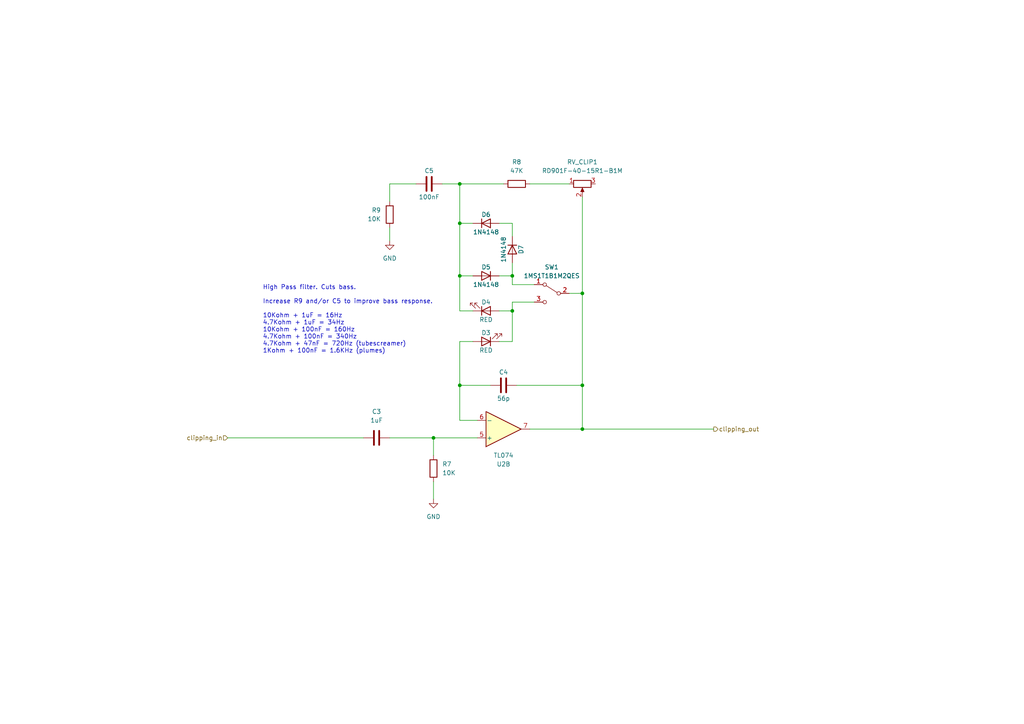
<source format=kicad_sch>
(kicad_sch (version 20230121) (generator eeschema)
  (paper "A4")
  (title_block (title "EQD Plume Clone") (date "2023-08-31") (rev "A"))
  (lib_symbols
    (symbol "Amplifier_Operational:TL074" (pin_names (offset 0.127))
      (property "Reference" "U" (at 0 5.08 0))
      (property "Value" "TL074" (at 0 -5.08 0))
      (symbol "TL074_1_1"
        (polyline (pts (xy -5.08 5.08) (xy 5.08 0) (xy -5.08 -5.08) (xy -5.08 5.08)) (stroke (width 0.254)) (fill (type background)))
        (pin output line (at 7.62 0 180) (length 2.54) (name "~") (number "1"))
        (pin input line (at -7.62 -2.54 0) (length 2.54) (name "-") (number "2"))
        (pin input line (at -7.62 2.54 0) (length 2.54) (name "+") (number "3"))
      )
      (symbol "TL074_2_1"
        (polyline (pts (xy -5.08 5.08) (xy 5.08 0) (xy -5.08 -5.08) (xy -5.08 5.08)) (stroke (width 0.254)) (fill (type background)))
        (pin input line (at -7.62 2.54 0) (length 2.54) (name "+") (number "5"))
        (pin input line (at -7.62 -2.54 0) (length 2.54) (name "-") (number "6"))
        (pin output line (at 7.62 0 180) (length 2.54) (name "~") (number "7"))
      )
      (symbol "TL074_3_1"
        (polyline (pts (xy -5.08 5.08) (xy 5.08 0) (xy -5.08 -5.08) (xy -5.08 5.08)) (stroke (width 0.254)) (fill (type background)))
        (pin input line (at -7.62 2.54 0) (length 2.54) (name "+") (number "10"))
        (pin output line (at 7.62 0 180) (length 2.54) (name "~") (number "8"))
        (pin input line (at -7.62 -2.54 0) (length 2.54) (name "-") (number "9"))
      )
      (symbol "TL074_4_1"
        (polyline (pts (xy -5.08 5.08) (xy 5.08 0) (xy -5.08 -5.08) (xy -5.08 5.08)) (stroke (width 0.254)) (fill (type background)))
        (pin input line (at -7.62 2.54 0) (length 2.54) (name "+") (number "12"))
        (pin input line (at -7.62 -2.54 0) (length 2.54) (name "-") (number "13"))
        (pin output line (at 7.62 0 180) (length 2.54) (name "~") (number "14"))
      )
      (symbol "TL074_5_1"
        (pin power_in line (at -2.54 -7.62 90) (length 3.81) (name "V-") (number "11"))
        (pin power_in line (at -2.54 7.62 270) (length 3.81) (name "V+") (number "4"))
      )
    )
    (symbol "Device:C" (pin_numbers hide) (pin_names (offset 0.254))
      (property "Reference" "C" (at 0.635 2.54 0))
      (property "Value" "C" (at 0.635 -2.54 0))
      (symbol "C_0_1"
        (polyline (pts (xy -2.032 -0.762) (xy 2.032 -0.762)) (stroke (width 0.508)))
        (polyline (pts (xy -2.032 0.762) (xy 2.032 0.762)) (stroke (width 0.508)))
      )
      (symbol "C_1_1"
        (pin passive line (at 0 3.81 270) (length 2.794) (name "~") (number "1"))
        (pin passive line (at 0 -3.81 90) (length 2.794) (name "~") (number "2"))
      )
    )
    (symbol "Device:D" (pin_numbers hide) (pin_names (offset 1.016) hide)
      (property "Reference" "D" (at 0 2.54 0))
      (property "Value" "D" (at 0 -2.54 0))
      (symbol "D_0_1"
        (polyline (pts (xy -1.27 1.27) (xy -1.27 -1.27)) (stroke (width 0.254)))
        (polyline (pts (xy 1.27 0) (xy -1.27 0)))
        (polyline (pts (xy 1.27 1.27) (xy 1.27 -1.27) (xy -1.27 0) (xy 1.27 1.27)) (stroke (width 0.254)))
      )
      (symbol "D_1_1"
        (pin passive line (at -3.81 0 0) (length 2.54) (name "K") (number "1"))
        (pin passive line (at 3.81 0 180) (length 2.54) (name "A") (number "2"))
      )
    )
    (symbol "Device:LED" (pin_numbers hide) (pin_names (offset 1.016) hide)
      (property "Reference" "D" (at 0 2.54 0))
      (property "Value" "LED" (at 0 -2.54 0))
      (symbol "LED_0_1"
        (polyline (pts (xy -1.27 -1.27) (xy -1.27 1.27)) (stroke (width 0.254)))
        (polyline (pts (xy -1.27 0) (xy 1.27 0)))
        (polyline (pts (xy 1.27 -1.27) (xy 1.27 1.27) (xy -1.27 0) (xy 1.27 -1.27)) (stroke (width 0.254)))
        (polyline (pts (xy -3.048 -0.762) (xy -4.572 -2.286) (xy -3.81 -2.286) (xy -4.572 -2.286) (xy -4.572 -1.524)))
        (polyline (pts (xy -1.778 -0.762) (xy -3.302 -2.286) (xy -2.54 -2.286) (xy -3.302 -2.286) (xy -3.302 -1.524)))
      )
      (symbol "LED_1_1"
        (pin passive line (at -3.81 0 0) (length 2.54) (name "K") (number "1"))
        (pin passive line (at 3.81 0 180) (length 2.54) (name "A") (number "2"))
      )
    )
    (symbol "Device:R" (pin_numbers hide) (pin_names (offset 0))
      (property "Reference" "R" (at 2.032 0 90))
      (property "Value" "R" (at 0 0 90))
      (symbol "R_0_1"
        (rectangle (start -1.016 -2.54) (end 1.016 2.54) (stroke (width 0.254)))
      )
      (symbol "R_1_1"
        (pin passive line (at 0 3.81 270) (length 1.27) (name "~") (number "1"))
        (pin passive line (at 0 -3.81 90) (length 1.27) (name "~") (number "2"))
      )
    )
    (symbol "Device:R_Potentiometer" (pin_names (offset 1.016) hide)
      (property "Reference" "RV" (at -4.445 0 90))
      (property "Value" "R_Potentiometer" (at -2.54 0 90))
      (symbol "R_Potentiometer_0_1"
        (polyline (pts (xy 2.54 0) (xy 1.524 0)))
        (polyline (pts (xy 1.143 0) (xy 2.286 0.508) (xy 2.286 -0.508) (xy 1.143 0)) (fill (type outline)))
        (rectangle (start 1.016 2.54) (end -1.016 -2.54) (stroke (width 0.254)))
      )
      (symbol "R_Potentiometer_1_1"
        (pin passive line (at 0 3.81 270) (length 1.27) (name "1") (number "1"))
        (pin passive line (at 3.81 0 180) (length 1.27) (name "2") (number "2"))
        (pin passive line (at 0 -3.81 90) (length 1.27) (name "3") (number "3"))
      )
    )
    (symbol "Switch:SW_SPDT" (pin_names (offset 0) hide)
      (property "Reference" "SW" (at 0 4.318 0))
      (property "Value" "SW_SPDT" (at 0 -5.08 0))
      (symbol "SW_SPDT_0_0"
        (circle (center -2.032 0) (radius 0.508))
        (circle (center 2.032 -2.54) (radius 0.508))
      )
      (symbol "SW_SPDT_0_1"
        (polyline (pts (xy -1.524 0.254) (xy 1.651 2.286)))
        (circle (center 2.032 2.54) (radius 0.508))
      )
      (symbol "SW_SPDT_1_1"
        (pin passive line (at 5.08 2.54 180) (length 2.54) (name "A") (number "1"))
        (pin passive line (at -5.08 0 0) (length 2.54) (name "B") (number "2"))
        (pin passive line (at 5.08 -2.54 180) (length 2.54) (name "C") (number "3"))
      )
    )
    (symbol "power:GND" (power) (pin_names (offset 0))
      (property "Value" "GND" (at 0 -3.81 0))
      (symbol "GND_0_1"
        (polyline (pts (xy 0 0) (xy 0 -1.27) (xy 1.27 -1.27) (xy 0 -2.54) (xy -1.27 -1.27) (xy 0 -1.27)))
      )
      (symbol "GND_1_1"
        (pin power_in line (at 0 0 270) (length 0) hide (name "GND") (number "1"))
      )
    )
  )
  (junction (at 125.73 127))
  (junction (at 148.59 80.01))
  (junction (at 133.35 111.76))
  (junction (at 133.35 64.77))
  (junction (at 168.91 124.46))
  (junction (at 133.35 53.34))
  (junction (at 168.91 85.09))
  (junction (at 168.91 111.76))
  (junction (at 148.59 90.17))
  (junction (at 133.35 80.01))
  (wire (pts (xy 168.91 124.46) (xy 207.01 124.46)))
  (wire (pts (xy 168.91 85.09) (xy 168.91 111.76)))
  (wire (pts (xy 113.03 127) (xy 125.73 127)))
  (wire (pts (xy 168.91 111.76) (xy 168.91 124.46)))
  (wire (pts (xy 137.16 99.06) (xy 133.35 99.06)))
  (wire (pts (xy 125.73 139.7) (xy 125.73 144.78)))
  (wire (pts (xy 137.16 80.01) (xy 133.35 80.01)))
  (wire (pts (xy 168.91 57.15) (xy 168.91 85.09)))
  (wire (pts (xy 148.59 90.17) (xy 148.59 99.06)))
  (wire (pts (xy 137.16 64.77) (xy 133.35 64.77)))
  (wire (pts (xy 153.67 124.46) (xy 168.91 124.46)))
  (wire (pts (xy 144.78 80.01) (xy 148.59 80.01)))
  (wire (pts (xy 149.86 111.76) (xy 168.91 111.76)))
  (wire (pts (xy 113.03 53.34) (xy 120.65 53.34)))
  (wire (pts (xy 146.05 53.34) (xy 133.35 53.34)))
  (wire (pts (xy 128.27 53.34) (xy 133.35 53.34)))
  (wire (pts (xy 133.35 121.92) (xy 138.43 121.92)))
  (wire (pts (xy 142.24 111.76) (xy 133.35 111.76)))
  (wire (pts (xy 148.59 64.77) (xy 144.78 64.77)))
  (wire (pts (xy 137.16 90.17) (xy 133.35 90.17)))
  (wire (pts (xy 144.78 90.17) (xy 148.59 90.17)))
  (wire (pts (xy 133.35 111.76) (xy 133.35 121.92)))
  (wire (pts (xy 165.1 85.09) (xy 168.91 85.09)))
  (wire (pts (xy 113.03 66.04) (xy 113.03 69.85)))
  (wire (pts (xy 133.35 53.34) (xy 133.35 64.77)))
  (wire (pts (xy 133.35 80.01) (xy 133.35 90.17)))
  (wire (pts (xy 125.73 127) (xy 125.73 132.08)))
  (wire (pts (xy 113.03 58.42) (xy 113.03 53.34)))
  (wire (pts (xy 125.73 127) (xy 138.43 127)))
  (wire (pts (xy 148.59 68.58) (xy 148.59 64.77)))
  (wire (pts (xy 148.59 82.55) (xy 148.59 80.01)))
  (wire (pts (xy 133.35 64.77) (xy 133.35 80.01)))
  (wire (pts (xy 154.94 87.63) (xy 148.59 87.63)))
  (wire (pts (xy 148.59 80.01) (xy 148.59 76.2)))
  (wire (pts (xy 153.67 53.34) (xy 165.1 53.34)))
  (wire (pts (xy 148.59 99.06) (xy 144.78 99.06)))
  (wire (pts (xy 154.94 82.55) (xy 148.59 82.55)))
  (wire (pts (xy 148.59 87.63) (xy 148.59 90.17)))
  (wire (pts (xy 133.35 99.06) (xy 133.35 111.76)))
  (wire (pts (xy 66.04 127) (xy 105.41 127)))
  (text "High Pass filter. Cuts bass.\n\nIncrease R9 and/or C5 to improve bass response.\n\n10Kohm + 1uF = 16Hz\n4.7Kohm + 1uF = 34Hz\n10Kohm + 100nF = 160Hz\n4.7Kohm + 100nF = 340Hz\n4.7Kohm + 47nF = 720Hz (tubescreamer)\n1Kohm + 100nF = 1.6KHz (plumes)\n\n\n" (at 76.2 106.68 0) (effects (font (size 1.27 1.27)) (justify left bottom)))
  (hierarchical_label "clipping_in" (shape input) (at 66.04 127 180))
  (hierarchical_label "clipping_out" (shape output) (at 207.01 124.46 0))
  (symbol (lib_id "Device:D") (at 148.59 72.39 90) (mirror x) (unit 1)
    (property "Reference" "D7" (at 151.13 72.39 0))
    (property "Value" "1N4148" (at 146.05 72.39 0))
    (property "Footprint" "Diode_SMD:D_SOD-123" (effects hide))
    (property "Sim.Device" "D" (effects hide))
    (property "Sim.Pins" "1=K 2=A" (effects hide))
    (property "LCSC" "C917030" (effects hide))
  )
  (symbol (lib_id "Device:LED") (at 140.97 90.17 0) (mirror x) (unit 1)
    (property "Reference" "D4" (at 140.97 87.63 0))
    (property "Value" "RED" (at 140.97 92.71 0))
    (property "Footprint" "LED_SMD:LED_0805_2012Metric_Pad1.15x1.40mm_HandSolder" (effects hide))
    (property "LCSC" "C965812" (effects hide))
  )
  (symbol (lib_id "power:GND") (at 125.73 144.78 0) (unit 1)
    (property "Reference" "#PWR06" (effects hide))
    (property "Value" "GND" (at 125.73 149.86 0))
  )
  (symbol (lib_id "Device:D") (at 140.97 64.77 0) (mirror x) (unit 1)
    (property "Reference" "D6" (at 140.97 62.23 0))
    (property "Value" "1N4148" (at 140.97 67.31 0))
    (property "Footprint" "Diode_SMD:D_SOD-123" (effects hide))
    (property "Sim.Device" "D" (effects hide))
    (property "Sim.Pins" "1=K 2=A" (effects hide))
    (property "LCSC" "C917030" (effects hide))
  )
  (symbol (lib_id "Device:C") (at 124.46 53.34 90) (unit 1)
    (property "Reference" "C5" (at 124.46 49.53 90))
    (property "Value" "100nF" (at 124.46 57.15 90))
    (property "Footprint" "Capacitor_SMD:C_0805_2012Metric_Pad1.18x1.45mm_HandSolder" (effects hide))
    (property "LCSC" "C476766" (effects hide))
  )
  (symbol (lib_id "Device:C") (at 146.05 111.76 90) (unit 1)
    (property "Reference" "C4" (at 146.05 107.95 90))
    (property "Value" "56p" (at 146.05 115.57 90))
    (property "Footprint" "Capacitor_SMD:C_0805_2012Metric_Pad1.18x1.45mm_HandSolder" (effects hide))
    (property "Datasheet" "https://datasheet.lcsc.com/lcsc/2111251230_YAGEO-CC0603JRNPO9BN560_C107053.pdf" (effects hide))
    (property "LCSC" "C5375888" (effects hide))
  )
  (symbol (lib_id "Device:LED") (at 140.97 99.06 180) (unit 1)
    (property "Reference" "D3" (at 140.97 96.52 0))
    (property "Value" "RED" (at 140.97 101.6 0))
    (property "Footprint" "LED_SMD:LED_0805_2012Metric_Pad1.15x1.40mm_HandSolder" (effects hide))
    (property "LCSC" "C965812" (effects hide))
  )
  (symbol (lib_id "Amplifier_Operational:TL074") (at 146.05 124.46 0) (mirror x) (unit 2)
    (property "Reference" "U2" (at 146.05 134.62 0))
    (property "Value" "TL074" (at 146.05 132.08 0))
    (property "Footprint" "Package_SO:SOIC-8_3.9x4.9mm_P1.27mm" (effects hide))
    (property "Datasheet" "http://www.ti.com/lit/ds/symlink/tl071.pdf" (effects hide))
    (property "LCSC" "C12594" (effects hide))
  )
  (symbol (lib_id "Device:R") (at 125.73 135.89 0) (unit 1)
    (property "Reference" "R7" (at 128.27 134.62 0) (effects (justify left)))
    (property "Value" "10K" (at 128.27 137.16 0) (effects (justify left)))
    (property "Footprint" "Resistor_SMD:R_0805_2012Metric_Pad1.20x1.40mm_HandSolder" (effects hide))
    (property "LCSC" "C2930231" (effects hide))
  )
  (symbol (lib_id "Device:R") (at 149.86 53.34 90) (unit 1)
    (property "Reference" "R8" (at 149.86 46.99 90))
    (property "Value" "47K" (at 149.86 49.53 90))
    (property "Footprint" "Resistor_SMD:R_0805_2012Metric_Pad1.20x1.40mm_HandSolder" (effects hide))
    (property "LCSC" "C2907330" (effects hide))
  )
  (symbol (lib_id "Device:R_Potentiometer") (at 168.91 53.34 90) (mirror x) (unit 1)
    (property "Reference" "RV_CLIP1" (at 168.91 46.99 90))
    (property "Value" "RD901F-40-15R1-B1M" (at 168.91 49.53 90))
    (property "Footprint" "Potentiometer_THT:Potentiometer_Alpha_RD901F-40-00D_Single_Vertical" (effects hide))
    (property "Datasheet" "http://www.taiwanalpha.com/downloads?target=products&id=113" (effects hide))
    (property "TAYDA" "A-1882" (effects hide))
  )
  (symbol (lib_id "Device:D") (at 140.97 80.01 180) (unit 1)
    (property "Reference" "D5" (at 140.97 77.47 0))
    (property "Value" "1N4148" (at 140.97 82.55 0))
    (property "Footprint" "Diode_SMD:D_SOD-123" (effects hide))
    (property "Sim.Device" "D" (effects hide))
    (property "Sim.Pins" "1=K 2=A" (effects hide))
    (property "LCSC" "C917030" (effects hide))
  )
  (symbol (lib_id "Device:R") (at 113.03 62.23 0) (mirror x) (unit 1)
    (property "Reference" "R9" (at 110.49 60.96 0) (effects (justify right)))
    (property "Value" "10K" (at 110.49 63.5 0) (effects (justify right)))
    (property "Footprint" "Resistor_SMD:R_0805_2012Metric_Pad1.20x1.40mm_HandSolder" (effects hide))
    (property "LCSC" "C2930231" (effects hide))
  )
  (symbol (lib_id "Switch:SW_SPDT") (at 160.02 85.09 0) (mirror y) (unit 1)
    (property "Reference" "SW1" (at 160.02 77.47 0))
    (property "Value" "1MS1T1B1M2QES" (at 160.02 80.01 0))
    (property "Footprint" "DailywellSwitches:Dailywell_SPDT" (effects hide))
    (property "Datasheet" "https://datasheet.lcsc.com/lcsc/2304140030_Dailywell-1MS3T1B1M2QES-5_C908270.pdf" (effects hide))
  )
  (symbol (lib_id "power:GND") (at 113.03 69.85 0) (unit 1)
    (property "Reference" "#PWR07" (effects hide))
    (property "Value" "GND" (at 113.03 74.93 0))
  )
  (symbol (lib_id "Device:C") (at 109.22 127 90) (unit 1)
    (property "Reference" "C3" (at 109.22 119.38 90))
    (property "Value" "1uF" (at 109.22 121.92 90))
    (property "Footprint" "Capacitor_SMD:C_0805_2012Metric_Pad1.18x1.45mm_HandSolder" (effects hide))
    (property "LCSC" "C7393936" (effects hide))
  )
)
</source>
